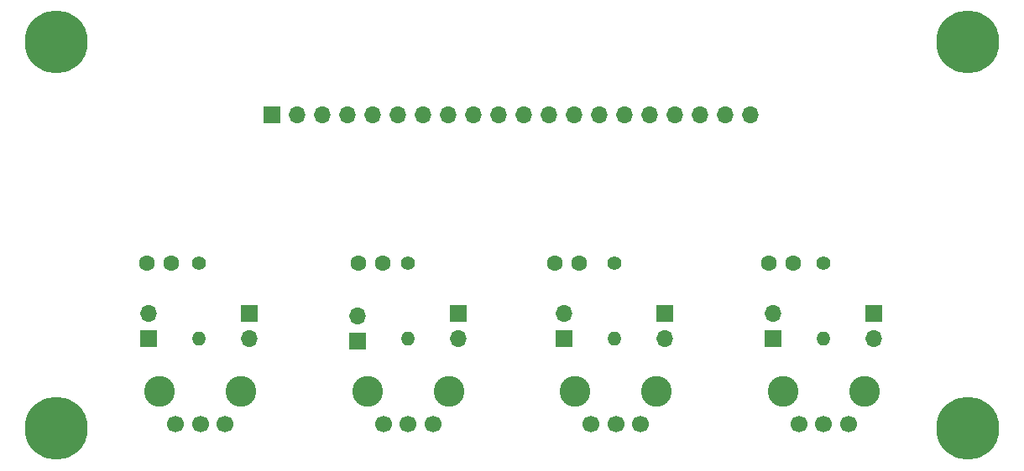
<source format=gts>
%TF.GenerationSoftware,KiCad,Pcbnew,(6.0.1)*%
%TF.CreationDate,2022-10-15T14:09:49-04:00*%
%TF.ProjectId,MOD-POTS,4d4f442d-504f-4545-932e-6b696361645f,rev?*%
%TF.SameCoordinates,Original*%
%TF.FileFunction,Soldermask,Top*%
%TF.FilePolarity,Negative*%
%FSLAX46Y46*%
G04 Gerber Fmt 4.6, Leading zero omitted, Abs format (unit mm)*
G04 Created by KiCad (PCBNEW (6.0.1)) date 2022-10-15 14:09:49*
%MOMM*%
%LPD*%
G01*
G04 APERTURE LIST*
%ADD10C,3.100000*%
%ADD11C,1.700000*%
%ADD12C,6.350000*%
%ADD13R,1.700000X1.700000*%
%ADD14O,1.700000X1.700000*%
%ADD15C,1.600000*%
%ADD16C,1.400000*%
%ADD17O,1.400000X1.400000*%
G04 APERTURE END LIST*
D10*
%TO.C,RV1*%
X112685000Y-79250000D03*
X104485000Y-79250000D03*
D11*
X106085000Y-82550000D03*
X108585000Y-82550000D03*
X111085000Y-82550000D03*
%TD*%
D10*
%TO.C,RV4*%
X175550000Y-79250000D03*
X167350000Y-79250000D03*
D11*
X168950000Y-82550000D03*
X171450000Y-82550000D03*
X173950000Y-82550000D03*
%TD*%
D10*
%TO.C,RV3*%
X154595000Y-79250000D03*
X146395000Y-79250000D03*
D11*
X147995000Y-82550000D03*
X150495000Y-82550000D03*
X152995000Y-82550000D03*
%TD*%
D10*
%TO.C,RV2*%
X133640000Y-79250000D03*
X125440000Y-79250000D03*
D11*
X127040000Y-82550000D03*
X129540000Y-82550000D03*
X132040000Y-82550000D03*
%TD*%
D12*
%TO.C,MTG1*%
X94000000Y-83000000D03*
%TD*%
D13*
%TO.C,J3*%
X103378000Y-73914000D03*
D14*
X103378000Y-71374000D03*
%TD*%
D15*
%TO.C,C4*%
X168382010Y-66294000D03*
X165882010Y-66294000D03*
%TD*%
D13*
%TO.C,J4*%
X134620000Y-71374000D03*
D14*
X134620000Y-73914000D03*
%TD*%
D15*
%TO.C,C3*%
X146792010Y-66294000D03*
X144292010Y-66294000D03*
%TD*%
D13*
%TO.C,J5*%
X124460000Y-74173004D03*
D14*
X124460000Y-71633004D03*
%TD*%
D16*
%TO.C,R2*%
X129540000Y-66294000D03*
D17*
X129540000Y-73914000D03*
%TD*%
D12*
%TO.C,MTG3*%
X94000000Y-44000000D03*
%TD*%
D13*
%TO.C,J1*%
X115829000Y-51308000D03*
D14*
X118369000Y-51308000D03*
X120909000Y-51308000D03*
X123449000Y-51308000D03*
X125989000Y-51308000D03*
X128529000Y-51308000D03*
X131069000Y-51308000D03*
X133609000Y-51308000D03*
X136149000Y-51308000D03*
X138689000Y-51308000D03*
X141229000Y-51308000D03*
X143769000Y-51308000D03*
X146309000Y-51308000D03*
X148849000Y-51308000D03*
X151389000Y-51308000D03*
X153929000Y-51308000D03*
X156469000Y-51308000D03*
X159009000Y-51308000D03*
X161549000Y-51308000D03*
X164089000Y-51308000D03*
%TD*%
D13*
%TO.C,J9*%
X166370000Y-73919004D03*
D14*
X166370000Y-71379004D03*
%TD*%
D13*
%TO.C,J8*%
X176530000Y-71368996D03*
D14*
X176530000Y-73908996D03*
%TD*%
D15*
%TO.C,C1*%
X105644010Y-66294000D03*
X103144010Y-66294000D03*
%TD*%
D13*
%TO.C,J6*%
X155448000Y-71368996D03*
D14*
X155448000Y-73908996D03*
%TD*%
D16*
%TO.C,R4*%
X171450000Y-66294000D03*
D17*
X171450000Y-73914000D03*
%TD*%
D16*
%TO.C,R3*%
X150368000Y-66294000D03*
D17*
X150368000Y-73914000D03*
%TD*%
D15*
%TO.C,C2*%
X126980010Y-66294000D03*
X124480010Y-66294000D03*
%TD*%
D13*
%TO.C,J7*%
X145288000Y-73919004D03*
D14*
X145288000Y-71379004D03*
%TD*%
D13*
%TO.C,J2*%
X113538000Y-71368996D03*
D14*
X113538000Y-73908996D03*
%TD*%
D12*
%TO.C,MTG2*%
X186000000Y-83000000D03*
%TD*%
%TO.C,MTG4*%
X186000000Y-44000000D03*
%TD*%
D16*
%TO.C,R1*%
X108458000Y-66294000D03*
D17*
X108458000Y-73914000D03*
%TD*%
M02*

</source>
